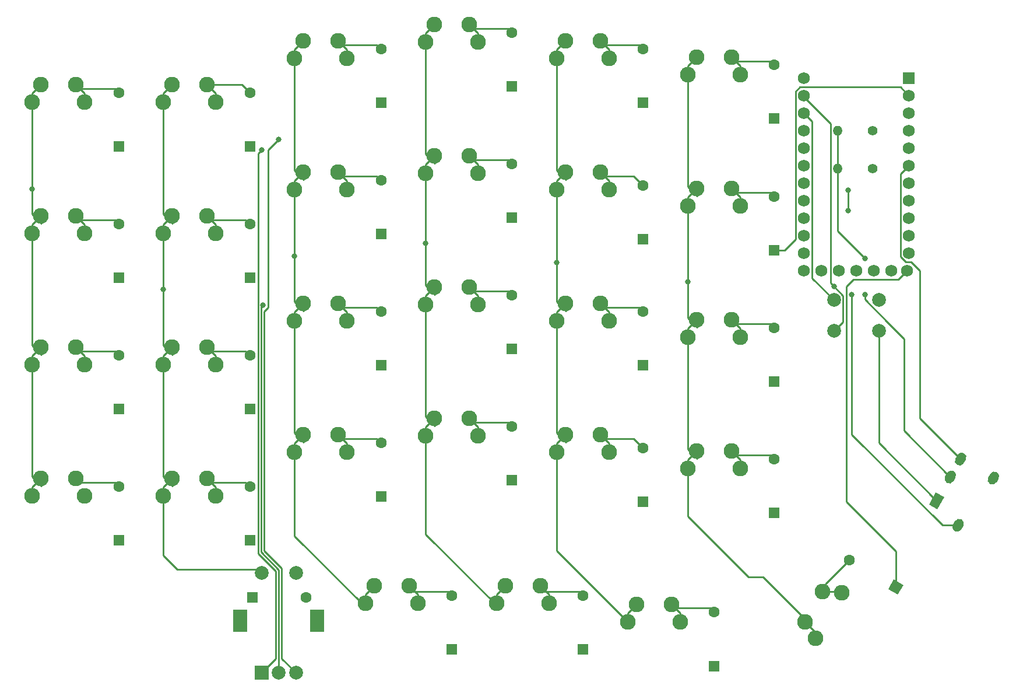
<source format=gbr>
%TF.GenerationSoftware,KiCad,Pcbnew,(5.1.9-0-10_14)*%
%TF.CreationDate,2021-04-25T18:40:37-05:00*%
%TF.ProjectId,wren-plain,7772656e-2d70-46c6-9169-6e2e6b696361,rev?*%
%TF.SameCoordinates,Original*%
%TF.FileFunction,Copper,L1,Top*%
%TF.FilePolarity,Positive*%
%FSLAX46Y46*%
G04 Gerber Fmt 4.6, Leading zero omitted, Abs format (unit mm)*
G04 Created by KiCad (PCBNEW (5.1.9-0-10_14)) date 2021-04-25 18:40:37*
%MOMM*%
%LPD*%
G01*
G04 APERTURE LIST*
%TA.AperFunction,ComponentPad*%
%ADD10C,2.286000*%
%TD*%
%TA.AperFunction,ComponentPad*%
%ADD11C,1.752600*%
%TD*%
%TA.AperFunction,ComponentPad*%
%ADD12R,1.752600X1.752600*%
%TD*%
%TA.AperFunction,ComponentPad*%
%ADD13C,1.600000*%
%TD*%
%TA.AperFunction,ComponentPad*%
%ADD14R,1.600000X1.600000*%
%TD*%
%TA.AperFunction,ComponentPad*%
%ADD15O,1.400000X1.400000*%
%TD*%
%TA.AperFunction,ComponentPad*%
%ADD16C,1.400000*%
%TD*%
%TA.AperFunction,ComponentPad*%
%ADD17C,0.100000*%
%TD*%
%TA.AperFunction,ComponentPad*%
%ADD18C,2.000000*%
%TD*%
%TA.AperFunction,ComponentPad*%
%ADD19R,2.000000X3.200000*%
%TD*%
%TA.AperFunction,ComponentPad*%
%ADD20R,2.000000X2.000000*%
%TD*%
%TA.AperFunction,ViaPad*%
%ADD21C,0.800000*%
%TD*%
%TA.AperFunction,Conductor*%
%ADD22C,0.250000*%
%TD*%
G04 APERTURE END LIST*
D10*
%TO.P,MX6,1*%
%TO.N,COL5*%
X121602500Y-33972500D03*
%TO.P,MX6,2*%
%TO.N,Net-(D6-Pad2)*%
X127952500Y-31432500D03*
%TO.P,MX6,1*%
%TO.N,COL5*%
X122872500Y-31432500D03*
%TO.P,MX6,2*%
%TO.N,Net-(D6-Pad2)*%
X129222500Y-33972500D03*
%TD*%
%TO.P,MX36,1*%
%TO.N,COL5*%
X121602500Y-91122500D03*
%TO.P,MX36,2*%
%TO.N,Net-(D36-Pad2)*%
X127952500Y-88582500D03*
%TO.P,MX36,1*%
%TO.N,COL5*%
X122872500Y-88582500D03*
%TO.P,MX36,2*%
%TO.N,Net-(D36-Pad2)*%
X129222500Y-91122500D03*
%TD*%
%TO.P,MX41,1*%
%TO.N,COL0*%
X235379295Y-111789307D03*
%TO.P,MX41,2*%
%TO.N,Net-(D41-Pad2)*%
X236354591Y-105020045D03*
%TO.P,MX41,1*%
%TO.N,COL0*%
X233814591Y-109419455D03*
%TO.P,MX41,2*%
%TO.N,Net-(D41-Pad2)*%
X239189295Y-105190193D03*
%TD*%
%TO.P,MX15,1*%
%TO.N,COL4*%
X140652500Y-53022500D03*
%TO.P,MX15,2*%
%TO.N,Net-(D15-Pad2)*%
X147002500Y-50482500D03*
%TO.P,MX15,1*%
%TO.N,COL4*%
X141922500Y-50482500D03*
%TO.P,MX15,2*%
%TO.N,Net-(D15-Pad2)*%
X148272500Y-53022500D03*
%TD*%
%TO.P,MX44,1*%
%TO.N,COL3*%
X170015000Y-106711750D03*
%TO.P,MX44,2*%
%TO.N,Net-(D44-Pad2)*%
X176365000Y-104171750D03*
%TO.P,MX44,1*%
%TO.N,COL3*%
X171285000Y-104171750D03*
%TO.P,MX44,2*%
%TO.N,Net-(D44-Pad2)*%
X177635000Y-106711750D03*
%TD*%
%TO.P,MX43,1*%
%TO.N,COL2*%
X189065000Y-106711750D03*
%TO.P,MX43,2*%
%TO.N,Net-(D43-Pad2)*%
X195415000Y-104171750D03*
%TO.P,MX43,1*%
%TO.N,COL2*%
X190335000Y-104171750D03*
%TO.P,MX43,2*%
%TO.N,Net-(D43-Pad2)*%
X196685000Y-106711750D03*
%TD*%
%TO.P,MX42,1*%
%TO.N,COL1*%
X208115000Y-109378750D03*
%TO.P,MX42,2*%
%TO.N,Net-(D42-Pad2)*%
X214465000Y-106838750D03*
%TO.P,MX42,1*%
%TO.N,COL1*%
X209385000Y-106838750D03*
%TO.P,MX42,2*%
%TO.N,Net-(D42-Pad2)*%
X215735000Y-109378750D03*
%TD*%
%TO.P,MX35,1*%
%TO.N,COL4*%
X140652500Y-91122500D03*
%TO.P,MX35,2*%
%TO.N,Net-(D35-Pad2)*%
X147002500Y-88582500D03*
%TO.P,MX35,1*%
%TO.N,COL4*%
X141922500Y-88582500D03*
%TO.P,MX35,2*%
%TO.N,Net-(D35-Pad2)*%
X148272500Y-91122500D03*
%TD*%
%TO.P,MX34,1*%
%TO.N,COL3*%
X159702500Y-84772500D03*
%TO.P,MX34,2*%
%TO.N,Net-(D34-Pad2)*%
X166052500Y-82232500D03*
%TO.P,MX34,1*%
%TO.N,COL3*%
X160972500Y-82232500D03*
%TO.P,MX34,2*%
%TO.N,Net-(D34-Pad2)*%
X167322500Y-84772500D03*
%TD*%
%TO.P,MX33,1*%
%TO.N,COL2*%
X178752500Y-82391250D03*
%TO.P,MX33,2*%
%TO.N,Net-(D33-Pad2)*%
X185102500Y-79851250D03*
%TO.P,MX33,1*%
%TO.N,COL2*%
X180022500Y-79851250D03*
%TO.P,MX33,2*%
%TO.N,Net-(D33-Pad2)*%
X186372500Y-82391250D03*
%TD*%
%TO.P,MX32,1*%
%TO.N,COL1*%
X197802500Y-84772500D03*
%TO.P,MX32,2*%
%TO.N,Net-(D32-Pad2)*%
X204152500Y-82232500D03*
%TO.P,MX32,1*%
%TO.N,COL1*%
X199072500Y-82232500D03*
%TO.P,MX32,2*%
%TO.N,Net-(D32-Pad2)*%
X205422500Y-84772500D03*
%TD*%
%TO.P,MX31,1*%
%TO.N,COL0*%
X216852500Y-87153750D03*
%TO.P,MX31,2*%
%TO.N,Net-(D31-Pad2)*%
X223202500Y-84613750D03*
%TO.P,MX31,1*%
%TO.N,COL0*%
X218122500Y-84613750D03*
%TO.P,MX31,2*%
%TO.N,Net-(D31-Pad2)*%
X224472500Y-87153750D03*
%TD*%
%TO.P,MX26,1*%
%TO.N,COL5*%
X121602500Y-72072500D03*
%TO.P,MX26,2*%
%TO.N,Net-(D26-Pad2)*%
X127952500Y-69532500D03*
%TO.P,MX26,1*%
%TO.N,COL5*%
X122872500Y-69532500D03*
%TO.P,MX26,2*%
%TO.N,Net-(D26-Pad2)*%
X129222500Y-72072500D03*
%TD*%
%TO.P,MX25,1*%
%TO.N,COL4*%
X140652500Y-72072500D03*
%TO.P,MX25,2*%
%TO.N,Net-(D25-Pad2)*%
X147002500Y-69532500D03*
%TO.P,MX25,1*%
%TO.N,COL4*%
X141922500Y-69532500D03*
%TO.P,MX25,2*%
%TO.N,Net-(D25-Pad2)*%
X148272500Y-72072500D03*
%TD*%
%TO.P,MX24,1*%
%TO.N,COL3*%
X159702500Y-65722500D03*
%TO.P,MX24,2*%
%TO.N,Net-(D24-Pad2)*%
X166052500Y-63182500D03*
%TO.P,MX24,1*%
%TO.N,COL3*%
X160972500Y-63182500D03*
%TO.P,MX24,2*%
%TO.N,Net-(D24-Pad2)*%
X167322500Y-65722500D03*
%TD*%
%TO.P,MX23,1*%
%TO.N,COL2*%
X178752500Y-63341250D03*
%TO.P,MX23,2*%
%TO.N,Net-(D23-Pad2)*%
X185102500Y-60801250D03*
%TO.P,MX23,1*%
%TO.N,COL2*%
X180022500Y-60801250D03*
%TO.P,MX23,2*%
%TO.N,Net-(D23-Pad2)*%
X186372500Y-63341250D03*
%TD*%
%TO.P,MX22,1*%
%TO.N,COL1*%
X197802500Y-65722500D03*
%TO.P,MX22,2*%
%TO.N,Net-(D22-Pad2)*%
X204152500Y-63182500D03*
%TO.P,MX22,1*%
%TO.N,COL1*%
X199072500Y-63182500D03*
%TO.P,MX22,2*%
%TO.N,Net-(D22-Pad2)*%
X205422500Y-65722500D03*
%TD*%
%TO.P,MX21,1*%
%TO.N,COL0*%
X216852500Y-68103750D03*
%TO.P,MX21,2*%
%TO.N,Net-(D21-Pad2)*%
X223202500Y-65563750D03*
%TO.P,MX21,1*%
%TO.N,COL0*%
X218122500Y-65563750D03*
%TO.P,MX21,2*%
%TO.N,Net-(D21-Pad2)*%
X224472500Y-68103750D03*
%TD*%
%TO.P,MX16,1*%
%TO.N,COL5*%
X121602500Y-53022500D03*
%TO.P,MX16,2*%
%TO.N,Net-(D16-Pad2)*%
X127952500Y-50482500D03*
%TO.P,MX16,1*%
%TO.N,COL5*%
X122872500Y-50482500D03*
%TO.P,MX16,2*%
%TO.N,Net-(D16-Pad2)*%
X129222500Y-53022500D03*
%TD*%
%TO.P,MX14,1*%
%TO.N,COL3*%
X159702500Y-46672500D03*
%TO.P,MX14,2*%
%TO.N,Net-(D14-Pad2)*%
X166052500Y-44132500D03*
%TO.P,MX14,1*%
%TO.N,COL3*%
X160972500Y-44132500D03*
%TO.P,MX14,2*%
%TO.N,Net-(D14-Pad2)*%
X167322500Y-46672500D03*
%TD*%
%TO.P,MX13,1*%
%TO.N,COL2*%
X178752500Y-44291250D03*
%TO.P,MX13,2*%
%TO.N,Net-(D13-Pad2)*%
X185102500Y-41751250D03*
%TO.P,MX13,1*%
%TO.N,COL2*%
X180022500Y-41751250D03*
%TO.P,MX13,2*%
%TO.N,Net-(D13-Pad2)*%
X186372500Y-44291250D03*
%TD*%
%TO.P,MX12,1*%
%TO.N,COL1*%
X197802500Y-46672500D03*
%TO.P,MX12,2*%
%TO.N,Net-(D12-Pad2)*%
X204152500Y-44132500D03*
%TO.P,MX12,1*%
%TO.N,COL1*%
X199072500Y-44132500D03*
%TO.P,MX12,2*%
%TO.N,Net-(D12-Pad2)*%
X205422500Y-46672500D03*
%TD*%
%TO.P,MX11,1*%
%TO.N,COL0*%
X216852500Y-49053750D03*
%TO.P,MX11,2*%
%TO.N,Net-(D11-Pad2)*%
X223202500Y-46513750D03*
%TO.P,MX11,1*%
%TO.N,COL0*%
X218122500Y-46513750D03*
%TO.P,MX11,2*%
%TO.N,Net-(D11-Pad2)*%
X224472500Y-49053750D03*
%TD*%
%TO.P,MX5,1*%
%TO.N,COL4*%
X140652500Y-33972500D03*
%TO.P,MX5,2*%
%TO.N,Net-(D5-Pad2)*%
X147002500Y-31432500D03*
%TO.P,MX5,1*%
%TO.N,COL4*%
X141922500Y-31432500D03*
%TO.P,MX5,2*%
%TO.N,Net-(D5-Pad2)*%
X148272500Y-33972500D03*
%TD*%
%TO.P,MX4,1*%
%TO.N,COL3*%
X159702500Y-27622500D03*
%TO.P,MX4,2*%
%TO.N,Net-(D4-Pad2)*%
X166052500Y-25082500D03*
%TO.P,MX4,1*%
%TO.N,COL3*%
X160972500Y-25082500D03*
%TO.P,MX4,2*%
%TO.N,Net-(D4-Pad2)*%
X167322500Y-27622500D03*
%TD*%
%TO.P,MX3,1*%
%TO.N,COL2*%
X178752500Y-25241250D03*
%TO.P,MX3,2*%
%TO.N,Net-(D3-Pad2)*%
X185102500Y-22701250D03*
%TO.P,MX3,1*%
%TO.N,COL2*%
X180022500Y-22701250D03*
%TO.P,MX3,2*%
%TO.N,Net-(D3-Pad2)*%
X186372500Y-25241250D03*
%TD*%
%TO.P,MX2,1*%
%TO.N,COL1*%
X197802500Y-27622500D03*
%TO.P,MX2,2*%
%TO.N,Net-(D2-Pad2)*%
X204152500Y-25082500D03*
%TO.P,MX2,1*%
%TO.N,COL1*%
X199072500Y-25082500D03*
%TO.P,MX2,2*%
%TO.N,Net-(D2-Pad2)*%
X205422500Y-27622500D03*
%TD*%
%TO.P,MX1,1*%
%TO.N,COL0*%
X216852500Y-30003750D03*
%TO.P,MX1,2*%
%TO.N,Net-(D1-Pad2)*%
X223202500Y-27463750D03*
%TO.P,MX1,1*%
%TO.N,COL0*%
X218122500Y-27463750D03*
%TO.P,MX1,2*%
%TO.N,Net-(D1-Pad2)*%
X224472500Y-30003750D03*
%TD*%
D11*
%TO.P,U1,25*%
%TO.N,Net-(U1-Pad25)*%
X246380000Y-58420000D03*
%TO.P,U1,26*%
%TO.N,Net-(U1-Pad26)*%
X243840000Y-58420000D03*
%TO.P,U1,27*%
%TO.N,Net-(U1-Pad27)*%
X241300000Y-58420000D03*
%TO.P,U1,28*%
%TO.N,Net-(U1-Pad28)*%
X238760000Y-58420000D03*
%TO.P,U1,29*%
%TO.N,Net-(U1-Pad29)*%
X236220000Y-58420000D03*
%TO.P,U1,24*%
%TO.N,Net-(U1-Pad24)*%
X233680000Y-30480000D03*
%TO.P,U1,12*%
%TO.N,ROW4*%
X248691400Y-58420000D03*
%TO.P,U1,23*%
%TO.N,GND*%
X233680000Y-33020000D03*
%TO.P,U1,22*%
%TO.N,Net-(SW0-Pad1)*%
X233680000Y-35560000D03*
%TO.P,U1,21*%
%TO.N,VCC*%
X233680000Y-38100000D03*
%TO.P,U1,20*%
%TO.N,Net-(U1-Pad20)*%
X233680000Y-40640000D03*
%TO.P,U1,19*%
%TO.N,Net-(U1-Pad19)*%
X233680000Y-43180000D03*
%TO.P,U1,18*%
%TO.N,COL5*%
X233680000Y-45720000D03*
%TO.P,U1,17*%
%TO.N,COL4*%
X233680000Y-48260000D03*
%TO.P,U1,16*%
%TO.N,COL3*%
X233680000Y-50800000D03*
%TO.P,U1,15*%
%TO.N,COL2*%
X233680000Y-53340000D03*
%TO.P,U1,14*%
%TO.N,COL1*%
X233680000Y-55880000D03*
%TO.P,U1,13*%
%TO.N,COL0*%
X233680000Y-58420000D03*
%TO.P,U1,11*%
%TO.N,Net-(U1-Pad11)*%
X248920000Y-55880000D03*
%TO.P,U1,10*%
%TO.N,RIGHT*%
X248920000Y-53340000D03*
%TO.P,U1,9*%
%TO.N,LEFT*%
X248920000Y-50800000D03*
%TO.P,U1,8*%
%TO.N,ROW2*%
X248920000Y-48260000D03*
%TO.P,U1,7*%
%TO.N,ROW3*%
X248920000Y-45720000D03*
%TO.P,U1,6*%
%TO.N,SCL*%
X248920000Y-43180000D03*
%TO.P,U1,5*%
%TO.N,SDA*%
X248920000Y-40640000D03*
%TO.P,U1,4*%
%TO.N,GND*%
X248920000Y-38100000D03*
%TO.P,U1,3*%
X248920000Y-35560000D03*
%TO.P,U1,2*%
%TO.N,ROW1*%
X248920000Y-33020000D03*
D12*
%TO.P,U1,1*%
%TO.N,ROW0*%
X248920000Y-30480000D03*
%TD*%
D13*
%TO.P,D43,2*%
%TO.N,Net-(D43-Pad2)*%
X201609500Y-105637500D03*
D14*
%TO.P,D43,1*%
%TO.N,ROW4*%
X201609500Y-113437500D03*
%TD*%
D15*
%TO.P,R2,2*%
%TO.N,VCC*%
X238585000Y-43656250D03*
D16*
%TO.P,R2,1*%
%TO.N,SCL*%
X243665000Y-43656250D03*
%TD*%
D15*
%TO.P,R1,2*%
%TO.N,VCC*%
X238585000Y-38100000D03*
D16*
%TO.P,R1,1*%
%TO.N,SDA*%
X243665000Y-38100000D03*
%TD*%
D13*
%TO.P,D45,2*%
%TO.N,ENC1-IN*%
X161342000Y-105822750D03*
D14*
%TO.P,D45,1*%
%TO.N,ROW4*%
X153542000Y-105822750D03*
%TD*%
D13*
%TO.P,D44,2*%
%TO.N,Net-(D44-Pad2)*%
X182562500Y-105637500D03*
D14*
%TO.P,D44,1*%
%TO.N,ROW4*%
X182562500Y-113437500D03*
%TD*%
D13*
%TO.P,D42,2*%
%TO.N,Net-(D42-Pad2)*%
X220653500Y-108018750D03*
D14*
%TO.P,D42,1*%
%TO.N,ROW4*%
X220653500Y-115818750D03*
%TD*%
D13*
%TO.P,D41,2*%
%TO.N,Net-(D41-Pad2)*%
X240290501Y-100443750D03*
%TA.AperFunction,ComponentPad*%
D17*
%TO.P,D41,1*%
%TO.N,ROW4*%
G36*
X248138319Y-104050930D02*
G01*
X247338319Y-105436570D01*
X245952679Y-104636570D01*
X246752679Y-103250930D01*
X248138319Y-104050930D01*
G37*
%TD.AperFunction*%
%TD*%
D13*
%TO.P,D36,2*%
%TO.N,Net-(D36-Pad2)*%
X134162000Y-89762500D03*
D14*
%TO.P,D36,1*%
%TO.N,ROW3*%
X134162000Y-97562500D03*
%TD*%
D13*
%TO.P,D35,2*%
%TO.N,Net-(D35-Pad2)*%
X153206000Y-89762500D03*
D14*
%TO.P,D35,1*%
%TO.N,ROW3*%
X153206000Y-97562500D03*
%TD*%
D13*
%TO.P,D34,2*%
%TO.N,Net-(D34-Pad2)*%
X172250000Y-83412500D03*
D14*
%TO.P,D34,1*%
%TO.N,ROW3*%
X172250000Y-91212500D03*
%TD*%
D13*
%TO.P,D33,2*%
%TO.N,Net-(D33-Pad2)*%
X191294000Y-81031250D03*
D14*
%TO.P,D33,1*%
%TO.N,ROW3*%
X191294000Y-88831250D03*
%TD*%
D13*
%TO.P,D32,2*%
%TO.N,Net-(D32-Pad2)*%
X210338000Y-84206250D03*
D14*
%TO.P,D32,1*%
%TO.N,ROW3*%
X210338000Y-92006250D03*
%TD*%
D13*
%TO.P,D31,2*%
%TO.N,Net-(D31-Pad2)*%
X229382000Y-85793750D03*
D14*
%TO.P,D31,1*%
%TO.N,ROW3*%
X229382000Y-93593750D03*
%TD*%
D13*
%TO.P,D26,2*%
%TO.N,Net-(D26-Pad2)*%
X134162000Y-70712500D03*
D14*
%TO.P,D26,1*%
%TO.N,ROW2*%
X134162000Y-78512500D03*
%TD*%
D13*
%TO.P,D25,2*%
%TO.N,Net-(D25-Pad2)*%
X153206000Y-70712500D03*
D14*
%TO.P,D25,1*%
%TO.N,ROW2*%
X153206000Y-78512500D03*
%TD*%
D13*
%TO.P,D24,2*%
%TO.N,Net-(D24-Pad2)*%
X172250000Y-64362500D03*
D14*
%TO.P,D24,1*%
%TO.N,ROW2*%
X172250000Y-72162500D03*
%TD*%
D13*
%TO.P,D23,2*%
%TO.N,Net-(D23-Pad2)*%
X191294000Y-61981250D03*
D14*
%TO.P,D23,1*%
%TO.N,ROW2*%
X191294000Y-69781250D03*
%TD*%
D13*
%TO.P,D22,2*%
%TO.N,Net-(D22-Pad2)*%
X210338000Y-64362500D03*
D14*
%TO.P,D22,1*%
%TO.N,ROW2*%
X210338000Y-72162500D03*
%TD*%
D13*
%TO.P,D21,2*%
%TO.N,Net-(D21-Pad2)*%
X229382000Y-66743750D03*
D14*
%TO.P,D21,1*%
%TO.N,ROW2*%
X229382000Y-74543750D03*
%TD*%
D13*
%TO.P,D16,2*%
%TO.N,Net-(D16-Pad2)*%
X134162000Y-51662500D03*
D14*
%TO.P,D16,1*%
%TO.N,ROW1*%
X134162000Y-59462500D03*
%TD*%
D13*
%TO.P,D15,2*%
%TO.N,Net-(D15-Pad2)*%
X153206000Y-51662500D03*
D14*
%TO.P,D15,1*%
%TO.N,ROW1*%
X153206000Y-59462500D03*
%TD*%
D13*
%TO.P,D14,2*%
%TO.N,Net-(D14-Pad2)*%
X172250000Y-45312500D03*
D14*
%TO.P,D14,1*%
%TO.N,ROW1*%
X172250000Y-53112500D03*
%TD*%
D13*
%TO.P,D13,2*%
%TO.N,Net-(D13-Pad2)*%
X191294000Y-42931250D03*
D14*
%TO.P,D13,1*%
%TO.N,ROW1*%
X191294000Y-50731250D03*
%TD*%
D13*
%TO.P,D12,2*%
%TO.N,Net-(D12-Pad2)*%
X210338000Y-46106250D03*
D14*
%TO.P,D12,1*%
%TO.N,ROW1*%
X210338000Y-53906250D03*
%TD*%
D13*
%TO.P,D11,2*%
%TO.N,Net-(D11-Pad2)*%
X229382000Y-47693750D03*
D14*
%TO.P,D11,1*%
%TO.N,ROW1*%
X229382000Y-55493750D03*
%TD*%
D13*
%TO.P,D6,2*%
%TO.N,Net-(D6-Pad2)*%
X134162000Y-32612500D03*
D14*
%TO.P,D6,1*%
%TO.N,ROW0*%
X134162000Y-40412500D03*
%TD*%
D13*
%TO.P,D5,2*%
%TO.N,Net-(D5-Pad2)*%
X153206000Y-32612500D03*
D14*
%TO.P,D5,1*%
%TO.N,ROW0*%
X153206000Y-40412500D03*
%TD*%
D13*
%TO.P,D4,2*%
%TO.N,Net-(D4-Pad2)*%
X172250000Y-26262500D03*
D14*
%TO.P,D4,1*%
%TO.N,ROW0*%
X172250000Y-34062500D03*
%TD*%
D13*
%TO.P,D3,2*%
%TO.N,Net-(D3-Pad2)*%
X191294000Y-23881250D03*
D14*
%TO.P,D3,1*%
%TO.N,ROW0*%
X191294000Y-31681250D03*
%TD*%
D13*
%TO.P,D2,2*%
%TO.N,Net-(D2-Pad2)*%
X210338000Y-26262500D03*
D14*
%TO.P,D2,1*%
%TO.N,ROW0*%
X210338000Y-34062500D03*
%TD*%
D13*
%TO.P,D1,2*%
%TO.N,Net-(D1-Pad2)*%
X229382000Y-28581250D03*
D14*
%TO.P,D1,1*%
%TO.N,ROW0*%
X229382000Y-36381250D03*
%TD*%
D18*
%TO.P,ENC1,S1*%
%TO.N,ENC1-IN*%
X159902000Y-102266750D03*
%TO.P,ENC1,S2*%
%TO.N,COL4*%
X154902000Y-102266750D03*
D19*
%TO.P,ENC1,MP*%
%TO.N,N/C*%
X163002000Y-109266750D03*
X151802000Y-109266750D03*
D18*
%TO.P,ENC1,B*%
%TO.N,RIGHT*%
X159902000Y-116766750D03*
%TO.P,ENC1,C*%
%TO.N,GND*%
X157402000Y-116766750D03*
D20*
%TO.P,ENC1,A*%
%TO.N,LEFT*%
X154902000Y-116766750D03*
%TD*%
D18*
%TO.P,SW0,1*%
%TO.N,Net-(SW0-Pad1)*%
X244561500Y-62706250D03*
%TO.P,SW0,2*%
%TO.N,GND*%
X244561500Y-67206250D03*
%TO.P,SW0,1*%
%TO.N,Net-(SW0-Pad1)*%
X238061500Y-62706250D03*
%TO.P,SW0,2*%
%TO.N,GND*%
X238061500Y-67206250D03*
%TD*%
%TO.P,J1,R2*%
%TO.N,SCL*%
%TA.AperFunction,ComponentPad*%
G36*
G01*
X256946000Y-84924546D02*
X256946000Y-84924546D01*
G75*
G02*
X257202218Y-85880764I-350000J-606218D01*
G01*
X256902218Y-86400380D01*
G75*
G02*
X255946000Y-86656598I-606218J350000D01*
G01*
X255946000Y-86656598D01*
G75*
G02*
X255689782Y-85700380I350000J606218D01*
G01*
X255989782Y-85180764D01*
G75*
G02*
X256946000Y-84924546I606218J-350000D01*
G01*
G37*
%TD.AperFunction*%
%TO.P,J1,R1*%
%TO.N,VCC*%
%TA.AperFunction,ComponentPad*%
G36*
G01*
X255446000Y-87522622D02*
X255446000Y-87522622D01*
G75*
G02*
X255702218Y-88478840I-350000J-606218D01*
G01*
X255402218Y-88998456D01*
G75*
G02*
X254446000Y-89254674I-606218J350000D01*
G01*
X254446000Y-89254674D01*
G75*
G02*
X254189782Y-88298456I350000J606218D01*
G01*
X254489782Y-87778840D01*
G75*
G02*
X255446000Y-87522622I606218J-350000D01*
G01*
G37*
%TD.AperFunction*%
%TA.AperFunction,ComponentPad*%
D17*
%TO.P,J1,T*%
%TO.N,GND*%
G36*
X252839782Y-90636725D02*
G01*
X254052218Y-91336725D01*
X253052218Y-93068775D01*
X251839782Y-92368775D01*
X252839782Y-90636725D01*
G37*
%TD.AperFunction*%
%TO.P,J1,S*%
%TO.N,SDA*%
%TA.AperFunction,ComponentPad*%
G36*
G01*
X256593114Y-94535762D02*
X256593114Y-94535762D01*
G75*
G02*
X256849332Y-95491980I-350000J-606218D01*
G01*
X256549332Y-96011596D01*
G75*
G02*
X255593114Y-96267814I-606218J350000D01*
G01*
X255593114Y-96267814D01*
G75*
G02*
X255336896Y-95311596I350000J606218D01*
G01*
X255636896Y-94791980D01*
G75*
G02*
X256593114Y-94535762I606218J-350000D01*
G01*
G37*
%TD.AperFunction*%
%TO.P,J1,*%
%TO.N,*%
%TA.AperFunction,ComponentPad*%
G36*
G01*
X261709140Y-87674546D02*
X261709140Y-87674546D01*
G75*
G02*
X261965358Y-88630764I-350000J-606218D01*
G01*
X261665358Y-89150380D01*
G75*
G02*
X260709140Y-89406598I-606218J350000D01*
G01*
X260709140Y-89406598D01*
G75*
G02*
X260452922Y-88450380I350000J606218D01*
G01*
X260752922Y-87930764D01*
G75*
G02*
X261709140Y-87674546I606218J-350000D01*
G01*
G37*
%TD.AperFunction*%
%TD*%
D21*
%TO.N,COL0*%
X216852500Y-60026279D03*
%TO.N,COL1*%
X197802500Y-57283250D03*
%TO.N,COL2*%
X178752500Y-54489250D03*
%TO.N,COL3*%
X159702500Y-56318250D03*
%TO.N,COL4*%
X140652500Y-61144250D03*
%TO.N,COL5*%
X121602500Y-46615250D03*
%TO.N,VCC*%
X242532000Y-56673750D03*
X242532000Y-61880750D03*
%TO.N,SDA*%
X240119000Y-46767750D03*
X240119000Y-49688750D03*
X240627000Y-61880750D03*
%TO.N,GND*%
X238070501Y-60754249D03*
X155119000Y-63476858D03*
%TO.N,LEFT*%
X154902000Y-40925750D03*
%TO.N,RIGHT*%
X157353917Y-39440667D03*
%TD*%
D22*
%TO.N,Net-(D1-Pad2)*%
X228844500Y-28043750D02*
X229382000Y-28581250D01*
X223162500Y-28043750D02*
X228844500Y-28043750D01*
X224472500Y-28733750D02*
X224472500Y-30003750D01*
X223202500Y-27463750D02*
X224472500Y-28733750D01*
%TO.N,Net-(D2-Pad2)*%
X209738000Y-25662500D02*
X210338000Y-26262500D01*
X204112500Y-25662500D02*
X209738000Y-25662500D01*
X205422500Y-26352500D02*
X205422500Y-27622500D01*
X204152500Y-25082500D02*
X205422500Y-26352500D01*
%TO.N,Net-(D3-Pad2)*%
X190694000Y-23281250D02*
X191294000Y-23881250D01*
X185062500Y-23281250D02*
X190694000Y-23281250D01*
X186372500Y-23971250D02*
X186372500Y-25241250D01*
X185102500Y-22701250D02*
X186372500Y-23971250D01*
%TO.N,Net-(D4-Pad2)*%
X171650000Y-25662500D02*
X172250000Y-26262500D01*
X166012500Y-25662500D02*
X171650000Y-25662500D01*
X167322500Y-26352500D02*
X167322500Y-27622500D01*
X166052500Y-25082500D02*
X167322500Y-26352500D01*
%TO.N,Net-(D5-Pad2)*%
X148272500Y-32702500D02*
X148272500Y-33972500D01*
X147002500Y-31432500D02*
X148272500Y-32702500D01*
X152026000Y-31432500D02*
X153206000Y-32612500D01*
X147002500Y-31432500D02*
X152026000Y-31432500D01*
%TO.N,Net-(D6-Pad2)*%
X133562000Y-32012500D02*
X134162000Y-32612500D01*
X127912500Y-32012500D02*
X133562000Y-32012500D01*
X129222500Y-32702500D02*
X129222500Y-33972500D01*
X127952500Y-31432500D02*
X129222500Y-32702500D01*
%TO.N,Net-(D11-Pad2)*%
X228782000Y-47093750D02*
X229382000Y-47693750D01*
X223162500Y-47093750D02*
X228782000Y-47093750D01*
X224472500Y-47783750D02*
X224472500Y-49053750D01*
X223202500Y-46513750D02*
X224472500Y-47783750D01*
%TO.N,ROW1*%
X229382000Y-55493750D02*
X230885000Y-55493750D01*
X230885000Y-55493750D02*
X232478699Y-53900051D01*
X233103375Y-31818699D02*
X247718699Y-31818699D01*
X247718699Y-31818699D02*
X248920000Y-33020000D01*
X232478699Y-32443375D02*
X233103375Y-31818699D01*
X232478699Y-53900051D02*
X232478699Y-32443375D01*
%TO.N,Net-(D12-Pad2)*%
X208944250Y-44712500D02*
X210338000Y-46106250D01*
X204112500Y-44712500D02*
X208944250Y-44712500D01*
X205422500Y-45402500D02*
X205422500Y-46672500D01*
X204152500Y-44132500D02*
X205422500Y-45402500D01*
%TO.N,Net-(D13-Pad2)*%
X190694000Y-42331250D02*
X191294000Y-42931250D01*
X185062500Y-42331250D02*
X190694000Y-42331250D01*
X186372500Y-43021250D02*
X186372500Y-44291250D01*
X185102500Y-41751250D02*
X186372500Y-43021250D01*
%TO.N,Net-(D14-Pad2)*%
X171650000Y-44712500D02*
X172250000Y-45312500D01*
X166012500Y-44712500D02*
X171650000Y-44712500D01*
X167322500Y-45402500D02*
X167322500Y-46672500D01*
X166052500Y-44132500D02*
X167322500Y-45402500D01*
%TO.N,Net-(D15-Pad2)*%
X152606000Y-51062500D02*
X153206000Y-51662500D01*
X146962500Y-51062500D02*
X152606000Y-51062500D01*
X148272500Y-51752500D02*
X148272500Y-53022500D01*
X147002500Y-50482500D02*
X148272500Y-51752500D01*
%TO.N,Net-(D16-Pad2)*%
X133562000Y-51062500D02*
X134162000Y-51662500D01*
X127912500Y-51062500D02*
X133562000Y-51062500D01*
X129222500Y-51752500D02*
X129222500Y-53022500D01*
X127952500Y-50482500D02*
X129222500Y-51752500D01*
%TO.N,Net-(D21-Pad2)*%
X228782000Y-66143750D02*
X229382000Y-66743750D01*
X223162500Y-66143750D02*
X228782000Y-66143750D01*
X224472500Y-66833750D02*
X224472500Y-68103750D01*
X223202500Y-65563750D02*
X224472500Y-66833750D01*
%TO.N,Net-(D22-Pad2)*%
X209738000Y-63762500D02*
X210338000Y-64362500D01*
X204112500Y-63762500D02*
X209738000Y-63762500D01*
X205422500Y-64452500D02*
X205422500Y-65722500D01*
X204152500Y-63182500D02*
X205422500Y-64452500D01*
%TO.N,Net-(D23-Pad2)*%
X190694000Y-61381250D02*
X191294000Y-61981250D01*
X185062500Y-61381250D02*
X190694000Y-61381250D01*
X186372500Y-62071250D02*
X186372500Y-63341250D01*
X185102500Y-60801250D02*
X186372500Y-62071250D01*
%TO.N,Net-(D24-Pad2)*%
X171650000Y-63762500D02*
X172250000Y-64362500D01*
X166012500Y-63762500D02*
X171650000Y-63762500D01*
X167322500Y-64452500D02*
X167322500Y-65722500D01*
X166052500Y-63182500D02*
X167322500Y-64452500D01*
%TO.N,Net-(D25-Pad2)*%
X152606000Y-70112500D02*
X153206000Y-70712500D01*
X146962500Y-70112500D02*
X152606000Y-70112500D01*
X148272500Y-70802500D02*
X148272500Y-72072500D01*
X147002500Y-69532500D02*
X148272500Y-70802500D01*
%TO.N,Net-(D26-Pad2)*%
X133562000Y-70112500D02*
X134162000Y-70712500D01*
X127912500Y-70112500D02*
X133562000Y-70112500D01*
X129222500Y-70802500D02*
X129222500Y-72072500D01*
X127952500Y-69532500D02*
X129222500Y-70802500D01*
%TO.N,Net-(D31-Pad2)*%
X228782000Y-85193750D02*
X229382000Y-85793750D01*
X223162500Y-85193750D02*
X228782000Y-85193750D01*
X224472500Y-85883750D02*
X224472500Y-87153750D01*
X223202500Y-84613750D02*
X224472500Y-85883750D01*
%TO.N,Net-(D32-Pad2)*%
X208944250Y-82812500D02*
X210338000Y-84206250D01*
X204112500Y-82812500D02*
X208944250Y-82812500D01*
X205422500Y-83502500D02*
X205422500Y-84772500D01*
X204152500Y-82232500D02*
X205422500Y-83502500D01*
%TO.N,Net-(D33-Pad2)*%
X190694000Y-80431250D02*
X191294000Y-81031250D01*
X185062500Y-80431250D02*
X190694000Y-80431250D01*
X186372500Y-81121250D02*
X186372500Y-82391250D01*
X185102500Y-79851250D02*
X186372500Y-81121250D01*
%TO.N,Net-(D34-Pad2)*%
X171650000Y-82812500D02*
X172250000Y-83412500D01*
X166012500Y-82812500D02*
X171650000Y-82812500D01*
X167322500Y-83502500D02*
X167322500Y-84772500D01*
X166052500Y-82232500D02*
X167322500Y-83502500D01*
%TO.N,Net-(D35-Pad2)*%
X152606000Y-89162500D02*
X153206000Y-89762500D01*
X146962500Y-89162500D02*
X152606000Y-89162500D01*
X148272500Y-89852500D02*
X148272500Y-91122500D01*
X147002500Y-88582500D02*
X148272500Y-89852500D01*
%TO.N,Net-(D36-Pad2)*%
X133562000Y-89162500D02*
X134162000Y-89762500D01*
X127912500Y-89162500D02*
X133562000Y-89162500D01*
%TO.N,ROW4*%
X239836511Y-60766239D02*
X239836511Y-91951261D01*
X247045499Y-99160249D02*
X247045499Y-104343750D01*
X240881000Y-59721750D02*
X239836511Y-60766239D01*
X248691400Y-58420000D02*
X247389650Y-59721750D01*
X239836511Y-91951261D02*
X247045499Y-99160249D01*
X247389650Y-59721750D02*
X240881000Y-59721750D01*
%TO.N,Net-(D42-Pad2)*%
X220053500Y-107418750D02*
X220653500Y-108018750D01*
X214425000Y-107418750D02*
X220053500Y-107418750D01*
X215735000Y-108108750D02*
X215735000Y-109378750D01*
X214465000Y-106838750D02*
X215735000Y-108108750D01*
%TO.N,Net-(D43-Pad2)*%
X201009500Y-105037500D02*
X201609500Y-105637500D01*
X195381250Y-105037500D02*
X201009500Y-105037500D01*
X196685000Y-105441750D02*
X196685000Y-106711750D01*
X195415000Y-104171750D02*
X196685000Y-105441750D01*
%TO.N,Net-(D44-Pad2)*%
X181962500Y-105037500D02*
X182562500Y-105637500D01*
X176331250Y-105037500D02*
X181962500Y-105037500D01*
X177635000Y-105441750D02*
X177635000Y-106711750D01*
X176365000Y-104171750D02*
X177635000Y-105441750D01*
%TO.N,COL0*%
X216852500Y-46283750D02*
X218162500Y-47593750D01*
X216852500Y-65333750D02*
X218162500Y-66643750D01*
X216852500Y-84383750D02*
X218162500Y-85693750D01*
X216852500Y-68103750D02*
X216852500Y-84383750D01*
X216852500Y-30003750D02*
X216852500Y-46283750D01*
X227783333Y-102938249D02*
X234769898Y-109924814D01*
X225666297Y-102938249D02*
X227783333Y-102938249D01*
X216852500Y-94124452D02*
X225666297Y-102938249D01*
X216852500Y-87153750D02*
X216852500Y-94124452D01*
X216852500Y-49053750D02*
X216852500Y-65333750D01*
X235379295Y-110984159D02*
X235379295Y-111789307D01*
X233814591Y-109419455D02*
X235379295Y-110984159D01*
X216852500Y-85883750D02*
X216852500Y-87153750D01*
X218122500Y-84613750D02*
X216852500Y-85883750D01*
X216852500Y-66833750D02*
X216852500Y-68103750D01*
X218122500Y-65563750D02*
X216852500Y-66833750D01*
X216852500Y-47783750D02*
X216852500Y-49053750D01*
X218122500Y-46513750D02*
X216852500Y-47783750D01*
X216852500Y-28733750D02*
X216852500Y-30003750D01*
X218122500Y-27463750D02*
X216852500Y-28733750D01*
%TO.N,COL1*%
X197802500Y-43902500D02*
X199112500Y-45212500D01*
X197802500Y-62952500D02*
X199112500Y-64262500D01*
X197802500Y-82002500D02*
X199112500Y-83312500D01*
X197802500Y-65722500D02*
X197802500Y-82002500D01*
X197802500Y-27622500D02*
X197802500Y-43902500D01*
X197802500Y-99066250D02*
X208115000Y-109378750D01*
X197802500Y-84772500D02*
X197802500Y-99066250D01*
X197802500Y-57283250D02*
X197802500Y-62952500D01*
X197802500Y-46672500D02*
X197802500Y-57283250D01*
X208115000Y-108108750D02*
X208115000Y-109378750D01*
X209385000Y-106838750D02*
X208115000Y-108108750D01*
X197802500Y-83502500D02*
X197802500Y-84772500D01*
X199072500Y-82232500D02*
X197802500Y-83502500D01*
X197802500Y-45402500D02*
X197802500Y-46672500D01*
X199072500Y-44132500D02*
X197802500Y-45402500D01*
X197802500Y-26352500D02*
X197802500Y-27622500D01*
X199072500Y-25082500D02*
X197802500Y-26352500D01*
X197802500Y-64452500D02*
X197802500Y-65722500D01*
X199072500Y-63182500D02*
X197802500Y-64452500D01*
%TO.N,COL2*%
X178752500Y-41521250D02*
X180062500Y-42831250D01*
X178752500Y-60571250D02*
X180062500Y-61881250D01*
X178752500Y-79621250D02*
X180062500Y-80931250D01*
X178752500Y-63341250D02*
X178752500Y-79621250D01*
X178752500Y-25241250D02*
X178752500Y-41521250D01*
X178752500Y-96678750D02*
X189071250Y-106997500D01*
X178752500Y-82391250D02*
X178752500Y-96678750D01*
X178752500Y-54489250D02*
X178752500Y-60571250D01*
X178752500Y-44291250D02*
X178752500Y-54489250D01*
X189065000Y-105441750D02*
X189065000Y-106711750D01*
X190335000Y-104171750D02*
X189065000Y-105441750D01*
X178752500Y-23971250D02*
X178752500Y-25241250D01*
X180022500Y-22701250D02*
X178752500Y-23971250D01*
X178752500Y-81121250D02*
X178752500Y-82391250D01*
X180022500Y-79851250D02*
X178752500Y-81121250D01*
X178752500Y-43021250D02*
X178752500Y-44291250D01*
X180022500Y-41751250D02*
X178752500Y-43021250D01*
X178752500Y-62071250D02*
X178752500Y-63341250D01*
X180022500Y-60801250D02*
X178752500Y-62071250D01*
%TO.N,COL3*%
X159702500Y-43902500D02*
X161012500Y-45212500D01*
X159702500Y-62952500D02*
X161012500Y-64262500D01*
X159702500Y-82002500D02*
X161012500Y-83312500D01*
X159702500Y-65722500D02*
X159702500Y-82002500D01*
X159702500Y-27622500D02*
X159702500Y-43902500D01*
X159702500Y-84772500D02*
X159702500Y-96984250D01*
X169715750Y-106997500D02*
X170021250Y-106997500D01*
X159702500Y-96984250D02*
X169715750Y-106997500D01*
X159702500Y-56318250D02*
X159702500Y-62952500D01*
X159702500Y-46672500D02*
X159702500Y-56318250D01*
X170015000Y-105441750D02*
X170015000Y-106711750D01*
X171285000Y-104171750D02*
X170015000Y-105441750D01*
X159702500Y-26352500D02*
X159702500Y-27622500D01*
X160972500Y-25082500D02*
X159702500Y-26352500D01*
X159702500Y-45402500D02*
X159702500Y-46672500D01*
X160972500Y-44132500D02*
X159702500Y-45402500D01*
X159702500Y-64452500D02*
X159702500Y-65722500D01*
X160972500Y-63182500D02*
X159702500Y-64452500D01*
X159702500Y-83502500D02*
X159702500Y-84772500D01*
X160972500Y-82232500D02*
X159702500Y-83502500D01*
%TO.N,COL4*%
X140652500Y-50252500D02*
X141962500Y-51562500D01*
X140652500Y-69302500D02*
X141962500Y-70612500D01*
X140652500Y-88352500D02*
X141962500Y-89662500D01*
X140652500Y-72072500D02*
X140652500Y-88352500D01*
X140652500Y-33972500D02*
X140652500Y-50252500D01*
X140652500Y-91122500D02*
X140652500Y-99790250D01*
X140652500Y-99790250D02*
X142684500Y-101822250D01*
X140652500Y-53022500D02*
X140652500Y-61144250D01*
X140652500Y-61144250D02*
X140652500Y-69302500D01*
X154457500Y-101822250D02*
X154902000Y-102266750D01*
X142684500Y-101822250D02*
X154457500Y-101822250D01*
X140652500Y-32702500D02*
X140652500Y-33972500D01*
X141922500Y-31432500D02*
X140652500Y-32702500D01*
X140652500Y-51752500D02*
X140652500Y-53022500D01*
X141922500Y-50482500D02*
X140652500Y-51752500D01*
X140652500Y-70802500D02*
X140652500Y-72072500D01*
X141922500Y-69532500D02*
X140652500Y-70802500D01*
X140652500Y-89852500D02*
X140652500Y-91122500D01*
X141922500Y-88582500D02*
X140652500Y-89852500D01*
%TO.N,COL5*%
X121602500Y-50252500D02*
X122912500Y-51562500D01*
X121602500Y-69302500D02*
X122912500Y-70612500D01*
X121602500Y-53022500D02*
X121602500Y-69302500D01*
X121602500Y-88352500D02*
X122912500Y-89662500D01*
X121602500Y-72072500D02*
X121602500Y-88352500D01*
X121602500Y-46615250D02*
X121602500Y-50252500D01*
X121602500Y-33972500D02*
X121602500Y-46615250D01*
X121602500Y-32702500D02*
X121602500Y-33972500D01*
X122872500Y-31432500D02*
X121602500Y-32702500D01*
X121602500Y-51752500D02*
X121602500Y-53022500D01*
X122872500Y-50482500D02*
X121602500Y-51752500D01*
X121602500Y-70802500D02*
X121602500Y-72072500D01*
X122872500Y-69532500D02*
X121602500Y-70802500D01*
X121602500Y-89852500D02*
X121602500Y-91122500D01*
X122872500Y-88582500D02*
X121602500Y-89852500D01*
%TO.N,VCC*%
X238585000Y-38100000D02*
X238585000Y-43656250D01*
X238585000Y-52726750D02*
X242532000Y-56673750D01*
X238585000Y-43656250D02*
X238585000Y-52726750D01*
X242532000Y-62637752D02*
X245961000Y-66066752D01*
X242532000Y-61880750D02*
X242532000Y-62637752D01*
X245961000Y-66066752D02*
X245961000Y-66071750D01*
X248248551Y-68359301D02*
X248248551Y-81691199D01*
X245961000Y-66071750D02*
X248248551Y-68359301D01*
X248248551Y-81691199D02*
X254946000Y-88388648D01*
%TO.N,SDA*%
X240119000Y-46767750D02*
X240119000Y-49688750D01*
X240627000Y-61880750D02*
X240627000Y-82200750D01*
X253828038Y-95401788D02*
X256093114Y-95401788D01*
X240627000Y-82200750D02*
X253828038Y-95401788D01*
%TO.N,SCL*%
X250533000Y-79877572D02*
X256446000Y-85790572D01*
X250533000Y-58483674D02*
X250533000Y-79877572D01*
X248480773Y-57218699D02*
X249268025Y-57218699D01*
X247718699Y-56456625D02*
X248480773Y-57218699D01*
X247718699Y-44381301D02*
X247718699Y-56456625D01*
X249268025Y-57218699D02*
X250533000Y-58483674D01*
X248920000Y-43180000D02*
X247718699Y-44381301D01*
%TO.N,GND*%
X239386501Y-65881249D02*
X238061500Y-67206250D01*
X239386501Y-62070249D02*
X239386501Y-65881249D01*
X238070501Y-60754249D02*
X239386501Y-62070249D01*
X233680000Y-33257352D02*
X233680000Y-33020000D01*
X237558699Y-37136051D02*
X233680000Y-33257352D01*
X237558699Y-60242447D02*
X237558699Y-37136051D01*
X238070501Y-60754249D02*
X237558699Y-60242447D01*
X244561500Y-83468250D02*
X252946000Y-91852750D01*
X244561500Y-67206250D02*
X244561500Y-83468250D01*
X155119000Y-63476858D02*
X155083892Y-63476858D01*
X154844010Y-63716740D02*
X154844010Y-99286350D01*
X154844010Y-99286350D02*
X157402000Y-101844340D01*
X157402000Y-116331149D02*
X157696824Y-116331153D01*
X155083892Y-63476858D02*
X154844010Y-63716740D01*
X157402000Y-101844340D02*
X157402000Y-116766750D01*
%TO.N,Net-(SW0-Pad1)*%
X234881300Y-59526050D02*
X234881300Y-36761300D01*
X234881300Y-36761300D02*
X233680000Y-35560000D01*
X238061500Y-62706250D02*
X234881300Y-59526050D01*
%TO.N,LEFT*%
X155337631Y-116331118D02*
X155474311Y-116331120D01*
X154394000Y-41433750D02*
X154394001Y-99472751D01*
X154902000Y-40925750D02*
X154394000Y-41433750D01*
X154394001Y-99472751D02*
X156951990Y-102030740D01*
X156951990Y-114716760D02*
X154902000Y-116766750D01*
X156951990Y-102030740D02*
X156951990Y-114716760D01*
%TO.N,RIGHT*%
X157353917Y-39440667D02*
X155844001Y-40950583D01*
X155844001Y-63824859D02*
X155294020Y-64374840D01*
X155844001Y-40950583D02*
X155844001Y-63824859D01*
X155294020Y-64374840D02*
X155294020Y-99099950D01*
X155294020Y-99099950D02*
X157852010Y-101657940D01*
X157852010Y-114716760D02*
X159902000Y-116766750D01*
X157852010Y-101657940D02*
X157852010Y-114716760D01*
%TO.N,Net-(D41-Pad2)*%
X236836886Y-103897365D02*
X240290501Y-100443750D01*
X236836886Y-105344686D02*
X236836886Y-103897365D01*
X239019147Y-105020045D02*
X239189295Y-105190193D01*
X236354591Y-105020045D02*
X239019147Y-105020045D01*
%TD*%
M02*

</source>
